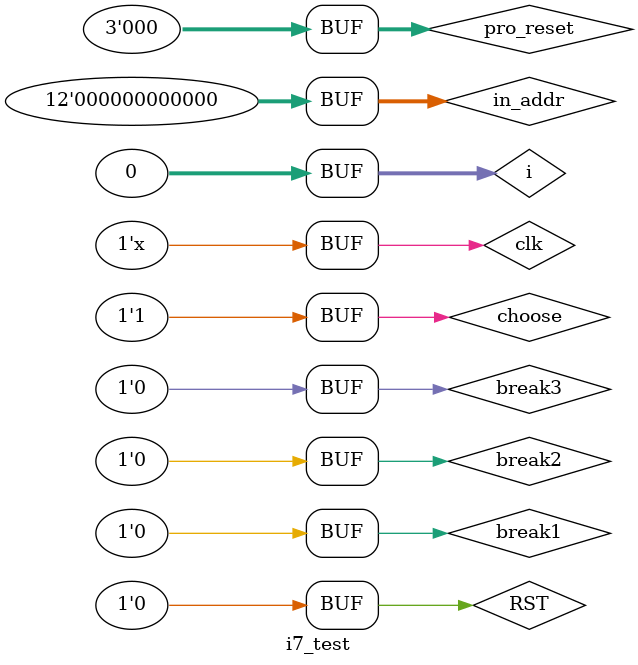
<source format=v>
module i7_test();
	reg clk,RST;
    reg break1, break2, break3;
	reg [2:0]pro_reset;
	reg [11:0]in_addr;
    reg choose;
	wire [7:0]SEG;
    wire [7:0]AN;
    wire halt, interrupt;
    wire IW1, IW2, IW3,  ir1_sig, ir2_sig, ir3_sig;
    integer i = 0;
    initial begin
    	clk <= 0;
    	RST <= 0;
    	pro_reset <= 0;
    	in_addr <= 12'b0;
        choose <= 1;
        break1 <= 0;
        //下为iverilog+gtkwave调试所需的语句
    	$monitor("At time %t, ocnt = %d", $time, clk);
    	$dumpfile("counter_test.vcd");
		$dumpvars(0, i7test);
/*        #1000 break1 <= 1;
        #1001 break1 <= 0;
        #10001 break1 <= 1;
        #10002 break1 <= 0;
        #20002 break1 <= 1;
        #20003 break1 <= 0;*/
        #1000 break1 <= 1;
        #1001 break1 <= 0;
        #1001 break2 <= 1;
        #1002 break2 <= 0;
        #1002 break3 <= 1;
        #1003 break3 <= 0;
        #21000 break1 <= 1;
        #21001 break1 <= 0;
        #21001 break2 <= 1;
        #21002 break2 <= 0;
        #21002 break3 <= 1;
        #21003 break3 <= 0;
    end
    always begin
        #1 clk = ~clk;
    end
	i7_6700k i7test(clk,RST,pro_reset,in_addr,choose,break1, break2, break3,
        SEG,AN,halt,interrupt ,IW1, IW2, IW3, ir1_sig, ir2_sig, ir3_sig);
endmodule
</source>
